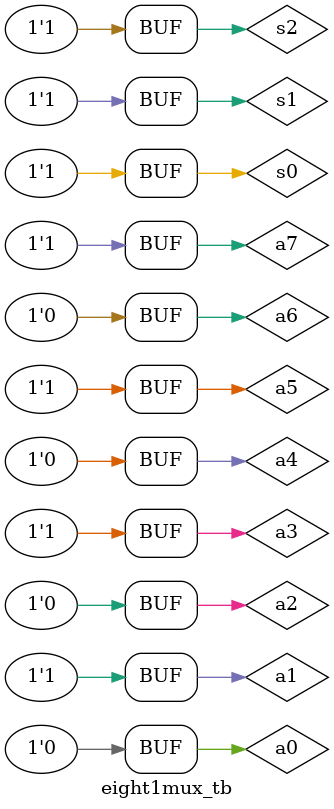
<source format=v>

module eight1mux(a0,a1,a2,a3,a4,a5,a6,a7,s2,s1,s0,y);
  input a0,a1,a2,a3,a4,a5,a6,a7,s2,s1,s0;
  output y;
  
  assign y = (~s2&~s1&~s0)? a0 : (~s2&~s1&s0)? a1 :(~s2&s1&~s0)? a2 :(~s2&s1&s0)? a3 :(s2&~s1&~s0)? a4 :(s2&~s1&s0)? a5 :(s2&s1&~s0)? a6 :a7 ;
  
  endmodule
//testbench

module eight1mux_tb;
  reg a0,a1,a2,a3,a4,a5,a6,a7,s2,s1,s0;
  wire y;
  eight1mux eight1tb(.a0(a0),.a1(a1),.a2(a2),.a3(a3),.a4(a4),.a5(a5),.a6(a6),.a7(a7),.s2(s2),.s1(s1),.s0(s0),.y(y));
 
  initial 
    begin
      {a7,a6,a5,a4,a3,a2,a1,a0} = 8'b10101010;
      #5 s2=1'b0; s1=1'b0; s0=1'b0;
      #5 s2=1'b0; s1=1'b0; s0=1'b1;
      #5 s2=1'b0; s1=1'b1; s0=1'b0;
      #5 s2=1'b0; s1=1'b1; s0=1'b1;
      #5 s2=1'b1; s1=1'b0; s0=1'b0;
      #5 s2=1'b1; s1=1'b0; s0=1'b1;
      #5 s2=1'b1; s1=1'b1; s0=1'b0;
      #5 s2=1'b1; s1=1'b1; s0=1'b1;
    end
  always@(s2,s1,s0)
    $monitor("time=%0t,s2=%b,s1 = %b,s0 = %b,y = %b",$time,s2,s1,s0,y);
endmodule

</source>
